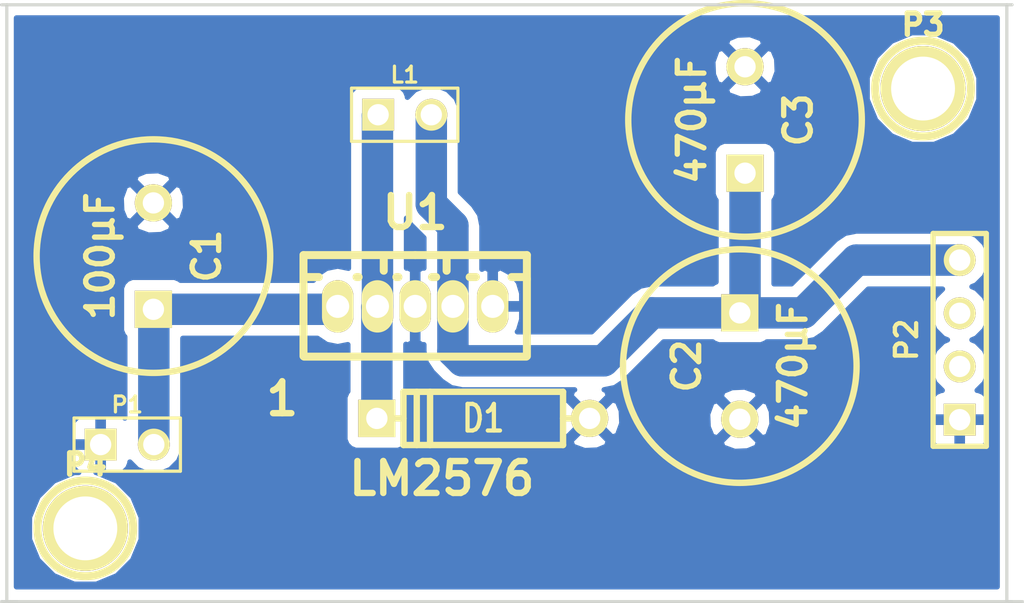
<source format=kicad_pcb>
(kicad_pcb (version 3) (host pcbnew "(2013-may-18)-stable")

  (general
    (links 16)
    (no_connects 1)
    (area 0 0 0 0)
    (thickness 1.6)
    (drawings 7)
    (tracks 21)
    (zones 0)
    (modules 10)
    (nets 6)
  )

  (page A3)
  (layers
    (15 F.Cu signal)
    (0 B.Cu signal)
    (16 B.Adhes user)
    (17 F.Adhes user)
    (18 B.Paste user)
    (19 F.Paste user)
    (20 B.SilkS user)
    (21 F.SilkS user)
    (22 B.Mask user)
    (23 F.Mask user)
    (24 Dwgs.User user)
    (25 Cmts.User user)
    (26 Eco1.User user)
    (27 Eco2.User user)
    (28 Edge.Cuts user)
  )

  (setup
    (last_trace_width 1.5)
    (trace_clearance 0.254)
    (zone_clearance 0.508)
    (zone_45_only no)
    (trace_min 0.254)
    (segment_width 0.2)
    (edge_width 0.15)
    (via_size 0.889)
    (via_drill 0.635)
    (via_min_size 0.889)
    (via_min_drill 0.508)
    (uvia_size 0.508)
    (uvia_drill 0.127)
    (uvias_allowed no)
    (uvia_min_size 0.508)
    (uvia_min_drill 0.127)
    (pcb_text_width 0.3)
    (pcb_text_size 1 1)
    (mod_edge_width 0.15)
    (mod_text_size 1 1)
    (mod_text_width 0.15)
    (pad_size 4.064 4.064)
    (pad_drill 3.048)
    (pad_to_mask_clearance 0)
    (aux_axis_origin 0 0)
    (visible_elements FFFFFFBF)
    (pcbplotparams
      (layerselection 3178497)
      (usegerberextensions true)
      (excludeedgelayer true)
      (linewidth 0.150000)
      (plotframeref false)
      (viasonmask false)
      (mode 1)
      (useauxorigin false)
      (hpglpennumber 1)
      (hpglpenspeed 20)
      (hpglpendiameter 15)
      (hpglpenoverlay 2)
      (psnegative false)
      (psa4output false)
      (plotreference true)
      (plotvalue true)
      (plotothertext true)
      (plotinvisibletext false)
      (padsonsilk false)
      (subtractmaskfromsilk false)
      (outputformat 1)
      (mirror false)
      (drillshape 1)
      (scaleselection 1)
      (outputdirectory ""))
  )

  (net 0 "")
  (net 1 +5V)
  (net 2 GND)
  (net 3 N-000002)
  (net 4 N-000006)
  (net 5 N-000007)

  (net_class Default "This is the default net class."
    (clearance 0.254)
    (trace_width 1.5)
    (via_dia 0.889)
    (via_drill 0.635)
    (uvia_dia 0.508)
    (uvia_drill 0.127)
    (add_net "")
    (add_net +5V)
    (add_net GND)
    (add_net N-000002)
    (add_net N-000006)
    (add_net N-000007)
  )

  (module PIN_ARRAY_4x1 (layer F.Cu) (tedit 4C10F42E) (tstamp 53E3F478)
    (at 82 44.5 90)
    (descr "Double rangee de contacts 2 x 5 pins")
    (tags CONN)
    (path /53E3F11D)
    (fp_text reference P2 (at 0 -2.54 90) (layer F.SilkS)
      (effects (font (size 1.016 1.016) (thickness 0.2032)))
    )
    (fp_text value CONN_4 (at 0 2.54 90) (layer F.SilkS) hide
      (effects (font (size 1.016 1.016) (thickness 0.2032)))
    )
    (fp_line (start 5.08 1.27) (end -5.08 1.27) (layer F.SilkS) (width 0.254))
    (fp_line (start 5.08 -1.27) (end -5.08 -1.27) (layer F.SilkS) (width 0.254))
    (fp_line (start -5.08 -1.27) (end -5.08 1.27) (layer F.SilkS) (width 0.254))
    (fp_line (start 5.08 1.27) (end 5.08 -1.27) (layer F.SilkS) (width 0.254))
    (pad 1 thru_hole rect (at -3.81 0 90) (size 1.524 1.524) (drill 1.016)
      (layers *.Cu *.Mask F.SilkS)
      (net 2 GND)
    )
    (pad 2 thru_hole circle (at -1.27 0 90) (size 1.524 1.524) (drill 1.016)
      (layers *.Cu *.Mask F.SilkS)
      (net 3 N-000002)
    )
    (pad 3 thru_hole circle (at 1.27 0 90) (size 1.524 1.524) (drill 1.016)
      (layers *.Cu *.Mask F.SilkS)
      (net 3 N-000002)
    )
    (pad 4 thru_hole circle (at 3.81 0 90) (size 1.524 1.524) (drill 1.016)
      (layers *.Cu *.Mask F.SilkS)
      (net 1 +5V)
    )
    (model pin_array\pins_array_4x1.wrl
      (at (xyz 0 0 0))
      (scale (xyz 1 1 1))
      (rotate (xyz 0 0 0))
    )
  )

  (module PIN_ARRAY_2X1 (layer F.Cu) (tedit 4565C520) (tstamp 53E3F482)
    (at 42.25 49.5)
    (descr "Connecteurs 2 pins")
    (tags "CONN DEV")
    (path /53E3EB5D)
    (fp_text reference P1 (at 0 -1.905) (layer F.SilkS)
      (effects (font (size 0.762 0.762) (thickness 0.1524)))
    )
    (fp_text value BAT (at 0 -1.905) (layer F.SilkS) hide
      (effects (font (size 0.762 0.762) (thickness 0.1524)))
    )
    (fp_line (start -2.54 1.27) (end -2.54 -1.27) (layer F.SilkS) (width 0.1524))
    (fp_line (start -2.54 -1.27) (end 2.54 -1.27) (layer F.SilkS) (width 0.1524))
    (fp_line (start 2.54 -1.27) (end 2.54 1.27) (layer F.SilkS) (width 0.1524))
    (fp_line (start 2.54 1.27) (end -2.54 1.27) (layer F.SilkS) (width 0.1524))
    (pad 1 thru_hole rect (at -1.27 0) (size 1.524 1.524) (drill 1.016)
      (layers *.Cu *.Mask F.SilkS)
      (net 2 GND)
    )
    (pad 2 thru_hole circle (at 1.27 0) (size 1.524 1.524) (drill 1.016)
      (layers *.Cu *.Mask F.SilkS)
      (net 5 N-000007)
    )
    (model pin_array/pins_array_2x1.wrl
      (at (xyz 0 0 0))
      (scale (xyz 1 1 1))
      (rotate (xyz 0 0 0))
    )
  )

  (module PIN_ARRAY_2X1 (layer F.Cu) (tedit 4565C520) (tstamp 53E3F48C)
    (at 55.5 33.75)
    (descr "Connecteurs 2 pins")
    (tags "CONN DEV")
    (path /53E3EC40)
    (fp_text reference L1 (at 0 -1.905) (layer F.SilkS)
      (effects (font (size 0.762 0.762) (thickness 0.1524)))
    )
    (fp_text value 100µH (at 0 -1.905) (layer F.SilkS) hide
      (effects (font (size 0.762 0.762) (thickness 0.1524)))
    )
    (fp_line (start -2.54 1.27) (end -2.54 -1.27) (layer F.SilkS) (width 0.1524))
    (fp_line (start -2.54 -1.27) (end 2.54 -1.27) (layer F.SilkS) (width 0.1524))
    (fp_line (start 2.54 -1.27) (end 2.54 1.27) (layer F.SilkS) (width 0.1524))
    (fp_line (start 2.54 1.27) (end -2.54 1.27) (layer F.SilkS) (width 0.1524))
    (pad 1 thru_hole rect (at -1.27 0) (size 1.524 1.524) (drill 1.016)
      (layers *.Cu *.Mask F.SilkS)
      (net 4 N-000006)
    )
    (pad 2 thru_hole circle (at 1.27 0) (size 1.524 1.524) (drill 1.016)
      (layers *.Cu *.Mask F.SilkS)
      (net 1 +5V)
    )
    (model pin_array/pins_array_2x1.wrl
      (at (xyz 0 0 0))
      (scale (xyz 1 1 1))
      (rotate (xyz 0 0 0))
    )
  )

  (module Pentawatt_Neutral_Straight_Vertical_TO220-5-T05A (layer F.Cu) (tedit 4DBC26C8) (tstamp 53E3F4A5)
    (at 56 43.5)
    (descr Pentawatt_Neutral_Straight_Vertical_TO220-5-T05A)
    (tags Pentawatt_Neutral_Straight_Vertical_TO220-5-T05A)
    (path /53E3EAFD)
    (fp_text reference U1 (at 0 -5.08) (layer F.SilkS)
      (effects (font (size 1.524 1.524) (thickness 0.3048)))
    )
    (fp_text value LM2576 (at 1.27 7.62) (layer F.SilkS)
      (effects (font (size 1.524 1.524) (thickness 0.3048)))
    )
    (fp_line (start 4.59994 -1.99898) (end 5.30098 -1.99898) (layer F.SilkS) (width 0.381))
    (fp_line (start 2.60096 -1.99898) (end 2.90068 -1.99898) (layer F.SilkS) (width 0.381))
    (fp_line (start 0.8001 -1.99898) (end 1.00076 -1.99898) (layer F.SilkS) (width 0.381))
    (fp_line (start -0.89916 -1.99898) (end -0.8001 -1.99898) (layer F.SilkS) (width 0.381))
    (fp_line (start -2.79908 -1.99898) (end -2.70002 -1.99898) (layer F.SilkS) (width 0.381))
    (fp_line (start -5.30098 -1.99898) (end -4.59994 -1.99898) (layer F.SilkS) (width 0.381))
    (fp_line (start 1.50114 -2.99974) (end 1.50114 -2.30124) (layer F.SilkS) (width 0.381))
    (fp_line (start -1.50114 -2.99974) (end -1.50114 -2.30124) (layer F.SilkS) (width 0.381))
    (fp_line (start -5.30098 1.80086) (end 5.30098 1.80086) (layer F.SilkS) (width 0.381))
    (fp_text user 1 (at -6.35 3.81) (layer F.SilkS)
      (effects (font (size 1.524 1.524) (thickness 0.3048)))
    )
    (fp_line (start 5.334 -1.905) (end 5.334 1.778) (layer F.SilkS) (width 0.381))
    (fp_line (start -5.334 1.778) (end -5.334 -1.905) (layer F.SilkS) (width 0.381))
    (fp_line (start 5.334 -3.048) (end 5.334 -1.905) (layer F.SilkS) (width 0.381))
    (fp_line (start -5.334 -1.905) (end -5.334 -3.048) (layer F.SilkS) (width 0.381))
    (fp_line (start 0 -3.048) (end -5.334 -3.048) (layer F.SilkS) (width 0.381))
    (fp_line (start 0 -3.048) (end 5.334 -3.048) (layer F.SilkS) (width 0.381))
    (pad 3 thru_hole oval (at 0 -0.59944 90) (size 2.49936 1.50114) (drill 1.09982)
      (layers *.Cu *.Mask F.SilkS)
      (net 2 GND)
    )
    (pad 1 thru_hole oval (at -3.70078 -0.59944 90) (size 2.49936 1.50114) (drill 1.09982)
      (layers *.Cu *.Mask F.SilkS)
      (net 5 N-000007)
    )
    (pad 5 thru_hole oval (at 3.70078 -0.59944 90) (size 2.49936 1.50114) (drill 1.09982)
      (layers *.Cu *.Mask F.SilkS)
      (net 2 GND)
    )
    (pad 4 thru_hole oval (at 1.80086 -0.59944 90) (size 2.49936 1.50114) (drill 1.09982)
      (layers *.Cu *.Mask F.SilkS)
      (net 1 +5V)
    )
    (pad 2 thru_hole oval (at -1.80086 -0.59944 90) (size 2.49936 1.50114) (drill 1.09982)
      (layers *.Cu *.Mask F.SilkS)
      (net 4 N-000006)
    )
  )

  (module D4 (layer F.Cu) (tedit 200000) (tstamp 53E3F4B3)
    (at 59.25 48.25 180)
    (descr "Diode 4 pas")
    (tags "DIODE DEV")
    (path /53E3EC0C)
    (fp_text reference D1 (at 0 0 180) (layer F.SilkS)
      (effects (font (size 1.27 1.016) (thickness 0.2032)))
    )
    (fp_text value 1N5822 (at 0 0 180) (layer F.SilkS) hide
      (effects (font (size 1.27 1.016) (thickness 0.2032)))
    )
    (fp_line (start -3.81 -1.27) (end 3.81 -1.27) (layer F.SilkS) (width 0.3048))
    (fp_line (start 3.81 -1.27) (end 3.81 1.27) (layer F.SilkS) (width 0.3048))
    (fp_line (start 3.81 1.27) (end -3.81 1.27) (layer F.SilkS) (width 0.3048))
    (fp_line (start -3.81 1.27) (end -3.81 -1.27) (layer F.SilkS) (width 0.3048))
    (fp_line (start 3.175 -1.27) (end 3.175 1.27) (layer F.SilkS) (width 0.3048))
    (fp_line (start 2.54 1.27) (end 2.54 -1.27) (layer F.SilkS) (width 0.3048))
    (fp_line (start -3.81 0) (end -5.08 0) (layer F.SilkS) (width 0.3048))
    (fp_line (start 3.81 0) (end 5.08 0) (layer F.SilkS) (width 0.3048))
    (pad 1 thru_hole circle (at -5.08 0 180) (size 1.778 1.778) (drill 1.016)
      (layers *.Cu *.Mask F.SilkS)
      (net 2 GND)
    )
    (pad 2 thru_hole rect (at 5.08 0 180) (size 1.778 1.778) (drill 1.016)
      (layers *.Cu *.Mask F.SilkS)
      (net 4 N-000006)
    )
    (model discret/diode.wrl
      (at (xyz 0 0 0))
      (scale (xyz 0.4 0.4 0.4))
      (rotate (xyz 0 0 0))
    )
  )

  (module C2V10 (layer F.Cu) (tedit 41854742) (tstamp 53E3F4BA)
    (at 71.5 45.75 270)
    (descr "Condensateur polarise")
    (tags CP)
    (path /53E3EC54)
    (fp_text reference C2 (at 0 2.54 270) (layer F.SilkS)
      (effects (font (size 1.27 1.27) (thickness 0.254)))
    )
    (fp_text value 470µF (at 0 -2.54 270) (layer F.SilkS)
      (effects (font (size 1.27 1.27) (thickness 0.254)))
    )
    (fp_circle (center 0 0) (end 4.826 -2.794) (layer F.SilkS) (width 0.3048))
    (pad 1 thru_hole rect (at -2.54 0 270) (size 1.778 1.778) (drill 1.016)
      (layers *.Cu *.Mask F.SilkS)
      (net 1 +5V)
    )
    (pad 2 thru_hole circle (at 2.54 0 270) (size 1.778 1.778) (drill 1.016)
      (layers *.Cu *.Mask F.SilkS)
      (net 2 GND)
    )
    (model discret/c_vert_c2v10.wrl
      (at (xyz 0 0 0))
      (scale (xyz 1 1 1))
      (rotate (xyz 0 0 0))
    )
  )

  (module C2V10 (layer F.Cu) (tedit 41854742) (tstamp 53E3F4C1)
    (at 71.75 34 90)
    (descr "Condensateur polarise")
    (tags CP)
    (path /53E3EC66)
    (fp_text reference C3 (at 0 2.54 90) (layer F.SilkS)
      (effects (font (size 1.27 1.27) (thickness 0.254)))
    )
    (fp_text value 470µF (at 0 -2.54 90) (layer F.SilkS)
      (effects (font (size 1.27 1.27) (thickness 0.254)))
    )
    (fp_circle (center 0 0) (end 4.826 -2.794) (layer F.SilkS) (width 0.3048))
    (pad 1 thru_hole rect (at -2.54 0 90) (size 1.778 1.778) (drill 1.016)
      (layers *.Cu *.Mask F.SilkS)
      (net 1 +5V)
    )
    (pad 2 thru_hole circle (at 2.54 0 90) (size 1.778 1.778) (drill 1.016)
      (layers *.Cu *.Mask F.SilkS)
      (net 2 GND)
    )
    (model discret/c_vert_c2v10.wrl
      (at (xyz 0 0 0))
      (scale (xyz 1 1 1))
      (rotate (xyz 0 0 0))
    )
  )

  (module C2V10 (layer F.Cu) (tedit 41854742) (tstamp 53E3F4C8)
    (at 43.5 40.5 90)
    (descr "Condensateur polarise")
    (tags CP)
    (path /53E3ED20)
    (fp_text reference C1 (at 0 2.54 90) (layer F.SilkS)
      (effects (font (size 1.27 1.27) (thickness 0.254)))
    )
    (fp_text value 100µF (at 0 -2.54 90) (layer F.SilkS)
      (effects (font (size 1.27 1.27) (thickness 0.254)))
    )
    (fp_circle (center 0 0) (end 4.826 -2.794) (layer F.SilkS) (width 0.3048))
    (pad 1 thru_hole rect (at -2.54 0 90) (size 1.778 1.778) (drill 1.016)
      (layers *.Cu *.Mask F.SilkS)
      (net 5 N-000007)
    )
    (pad 2 thru_hole circle (at 2.54 0 90) (size 1.778 1.778) (drill 1.016)
      (layers *.Cu *.Mask F.SilkS)
      (net 2 GND)
    )
    (model discret/c_vert_c2v10.wrl
      (at (xyz 0 0 0))
      (scale (xyz 1 1 1))
      (rotate (xyz 0 0 0))
    )
  )

  (module 1pin (layer F.Cu) (tedit 53E3F61D) (tstamp 53E3F4CE)
    (at 80.25 32.5)
    (descr "module 1 pin (ou trou mecanique de percage)")
    (tags DEV)
    (path /53E3F29A)
    (fp_text reference P3 (at 0 -3.048) (layer F.SilkS)
      (effects (font (size 1.016 1.016) (thickness 0.254)))
    )
    (fp_text value HOLE (at 0 2.794) (layer F.SilkS) hide
      (effects (font (size 1.016 1.016) (thickness 0.254)))
    )
    (fp_circle (center 0 0) (end 0 -2.286) (layer F.SilkS) (width 0.381))
    (pad 1 thru_hole circle (at 0 0) (size 4.064 4.064) (drill 3.048)
      (layers *.Cu *.Mask F.SilkS)
    )
  )

  (module 1pin (layer F.Cu) (tedit 200000) (tstamp 53E3F4D4)
    (at 40.25 53.5)
    (descr "module 1 pin (ou trou mecanique de percage)")
    (tags DEV)
    (path /53E3F2A7)
    (fp_text reference P4 (at 0 -3.048) (layer F.SilkS)
      (effects (font (size 1.016 1.016) (thickness 0.254)))
    )
    (fp_text value HOLE (at 0 2.794) (layer F.SilkS) hide
      (effects (font (size 1.016 1.016) (thickness 0.254)))
    )
    (fp_circle (center 0 0) (end 0 -2.286) (layer F.SilkS) (width 0.381))
    (pad 1 thru_hole circle (at 0 0) (size 4.064 4.064) (drill 3.048)
      (layers *.Cu *.Mask F.SilkS)
    )
  )

  (gr_line (start 36.5 57) (end 36.75 57) (angle 90) (layer Edge.Cuts) (width 0.15))
  (gr_line (start 36.5 28.5) (end 36.5 57) (angle 90) (layer Edge.Cuts) (width 0.15))
  (gr_line (start 84.25 57) (end 85 57) (angle 90) (layer Edge.Cuts) (width 0.15))
  (gr_line (start 84.25 28.5) (end 84.25 57) (angle 90) (layer Edge.Cuts) (width 0.15))
  (gr_line (start 36.25 57) (end 37 57) (angle 90) (layer Edge.Cuts) (width 0.15))
  (gr_line (start 84.5 28.5) (end 36.25 28.5) (angle 90) (layer Edge.Cuts) (width 0.15))
  (gr_line (start 36.25 57) (end 84.5 57) (angle 90) (layer Edge.Cuts) (width 0.15))

  (segment (start 71.5 43.21) (end 74.54 43.21) (width 1.5) (layer B.Cu) (net 1) (status 10))
  (segment (start 77.06 40.69) (end 82 40.69) (width 1.5) (layer B.Cu) (net 1) (tstamp 53E3F600) (status 20))
  (segment (start 74.54 43.21) (end 77.06 40.69) (width 1.5) (layer B.Cu) (net 1) (tstamp 53E3F5FF))
  (segment (start 71.75 36.54) (end 71.75 42.96) (width 1.5) (layer B.Cu) (net 1) (status 30))
  (segment (start 71.75 42.96) (end 71.5 43.21) (width 1.5) (layer B.Cu) (net 1) (tstamp 53E3F5FC) (status 30))
  (segment (start 71.5 43.21) (end 67.29 43.21) (width 1.5) (layer B.Cu) (net 1) (status 10))
  (segment (start 57.80086 45.05086) (end 57.80086 42.90056) (width 1.5) (layer B.Cu) (net 1) (tstamp 53E3F5F9) (status 20))
  (segment (start 58.25 45.5) (end 57.80086 45.05086) (width 1.5) (layer B.Cu) (net 1) (tstamp 53E3F5F8))
  (segment (start 65 45.5) (end 58.25 45.5) (width 1.5) (layer B.Cu) (net 1) (tstamp 53E3F5F7))
  (segment (start 67.29 43.21) (end 65 45.5) (width 1.5) (layer B.Cu) (net 1) (tstamp 53E3F5F6))
  (segment (start 56.77 33.75) (end 56.77 38.02) (width 1.5) (layer B.Cu) (net 1) (status 10))
  (segment (start 57.80086 39.05086) (end 57.80086 42.90056) (width 1.5) (layer B.Cu) (net 1) (tstamp 53E3F5ED) (status 20))
  (segment (start 56.77 38.02) (end 57.80086 39.05086) (width 1.5) (layer B.Cu) (net 1) (tstamp 53E3F5EC))
  (segment (start 54.19914 42.90056) (end 54.19914 33.78086) (width 1.5) (layer B.Cu) (net 4) (status 30))
  (segment (start 54.19914 33.78086) (end 54.23 33.75) (width 1.5) (layer B.Cu) (net 4) (tstamp 53E3F5E9) (status 30))
  (segment (start 54.17 48.25) (end 54.17 42.9297) (width 1.5) (layer B.Cu) (net 4) (status 30))
  (segment (start 54.17 42.9297) (end 54.19914 42.90056) (width 1.5) (layer B.Cu) (net 4) (tstamp 53E3F5DB) (status 30))
  (segment (start 43.5 43.04) (end 52.15978 43.04) (width 1.5) (layer B.Cu) (net 5) (status 30))
  (segment (start 52.15978 43.04) (end 52.29922 42.90056) (width 1.5) (layer B.Cu) (net 5) (tstamp 53E3F5CA) (status 30))
  (segment (start 43.52 49.5) (end 43.52 43.06) (width 1.5) (layer B.Cu) (net 5) (status 30))
  (segment (start 43.52 43.06) (end 43.5 43.04) (width 1.5) (layer B.Cu) (net 5) (tstamp 53E3F5C7) (status 30))

  (zone (net 2) (net_name GND) (layer B.Cu) (tstamp 53E3F5B7) (hatch edge 0.508)
    (connect_pads (clearance 0.508))
    (min_thickness 0.254)
    (fill (arc_segments 16) (thermal_gap 0.508) (thermal_bridge_width 0.508))
    (polygon
      (pts
        (xy 84 56.5) (xy 36.75 56.5) (xy 36.75 29) (xy 84 29)
      )
    )
    (filled_polygon
      (pts
        (xy 83.79 56.29) (xy 83.397241 56.29) (xy 83.397241 45.493339) (xy 83.185009 44.979697) (xy 82.79237 44.586372)
        (xy 82.584485 44.50005) (xy 82.790303 44.415009) (xy 83.183628 44.02237) (xy 83.396756 43.509099) (xy 83.397241 42.953339)
        (xy 83.185009 42.439697) (xy 82.79237 42.046372) (xy 82.584485 41.96005) (xy 82.790303 41.875009) (xy 83.183628 41.48237)
        (xy 83.396756 40.969099) (xy 83.397241 40.413339) (xy 83.185009 39.899697) (xy 82.917461 39.631681) (xy 82.917461 31.971828)
        (xy 82.51229 30.99124) (xy 81.762706 30.240346) (xy 80.782826 29.833465) (xy 79.721828 29.832539) (xy 78.74124 30.23771)
        (xy 77.990346 30.987294) (xy 77.583465 31.967174) (xy 77.582539 33.028172) (xy 77.98771 34.00876) (xy 78.737294 34.759654)
        (xy 79.717174 35.166535) (xy 80.778172 35.167461) (xy 81.75876 34.76229) (xy 82.509654 34.012706) (xy 82.916535 33.032826)
        (xy 82.917461 31.971828) (xy 82.917461 39.631681) (xy 82.79237 39.506372) (xy 82.279099 39.293244) (xy 81.723339 39.292759)
        (xy 81.693713 39.305) (xy 77.06 39.305) (xy 76.529983 39.410427) (xy 76.080657 39.710657) (xy 73.966314 41.825)
        (xy 73.285514 41.825) (xy 73.285514 31.698035) (xy 73.259722 31.0923) (xy 73.077539 30.652468) (xy 72.822195 30.56741)
        (xy 72.64259 30.747015) (xy 72.64259 30.387805) (xy 72.557532 30.132461) (xy 71.988035 29.924486) (xy 71.3823 29.950278)
        (xy 70.942468 30.132461) (xy 70.85741 30.387805) (xy 71.75 31.280395) (xy 72.64259 30.387805) (xy 72.64259 30.747015)
        (xy 71.929605 31.46) (xy 72.822195 32.35259) (xy 73.077539 32.267532) (xy 73.285514 31.698035) (xy 73.285514 41.825)
        (xy 73.135 41.825) (xy 73.135 37.831107) (xy 73.177013 37.789168) (xy 73.273889 37.555864) (xy 73.27411 37.303245)
        (xy 73.27411 35.525245) (xy 73.177641 35.291771) (xy 72.999168 35.112987) (xy 72.765864 35.016111) (xy 72.64259 35.016003)
        (xy 72.64259 32.532195) (xy 71.75 31.639605) (xy 71.570395 31.81921) (xy 71.570395 31.46) (xy 70.677805 30.56741)
        (xy 70.422461 30.652468) (xy 70.214486 31.221965) (xy 70.240278 31.8277) (xy 70.422461 32.267532) (xy 70.677805 32.35259)
        (xy 71.570395 31.46) (xy 71.570395 31.81921) (xy 70.85741 32.532195) (xy 70.942468 32.787539) (xy 71.511965 32.995514)
        (xy 72.1177 32.969722) (xy 72.557532 32.787539) (xy 72.64259 32.532195) (xy 72.64259 35.016003) (xy 72.513245 35.01589)
        (xy 70.735245 35.01589) (xy 70.501771 35.112359) (xy 70.322987 35.290832) (xy 70.226111 35.524136) (xy 70.22589 35.776755)
        (xy 70.22589 37.554755) (xy 70.322359 37.788229) (xy 70.365 37.830944) (xy 70.365 41.735573) (xy 70.251771 41.782359)
        (xy 70.209055 41.825) (xy 67.29 41.825) (xy 66.759983 41.930427) (xy 66.310657 42.230657) (xy 64.426314 44.115)
        (xy 60.877431 44.115) (xy 60.932279 44.047237) (xy 61.08635 43.52667) (xy 61.08635 43.02756) (xy 61.08635 42.77356)
        (xy 61.08635 42.27445) (xy 60.932279 41.753883) (xy 60.590724 41.331902) (xy 60.113683 41.07275) (xy 60.042055 41.058567)
        (xy 59.82778 41.181222) (xy 59.82778 42.77356) (xy 61.08635 42.77356) (xy 61.08635 43.02756) (xy 59.82778 43.02756)
        (xy 59.82778 43.04756) (xy 59.57378 43.04756) (xy 59.57378 43.02756) (xy 59.55378 43.02756) (xy 59.55378 42.77356)
        (xy 59.57378 42.77356) (xy 59.57378 41.181222) (xy 59.359505 41.058567) (xy 59.287877 41.07275) (xy 59.18586 41.12817)
        (xy 59.18586 39.05086) (xy 59.080433 38.520844) (xy 59.080433 38.520843) (xy 58.780203 38.071517) (xy 58.155 37.446314)
        (xy 58.155 34.05741) (xy 58.166756 34.029099) (xy 58.167241 33.473339) (xy 57.955009 32.959697) (xy 57.56237 32.566372)
        (xy 57.049099 32.353244) (xy 56.493339 32.352759) (xy 55.979697 32.564991) (xy 55.62711 32.916963) (xy 55.62711 32.862245)
        (xy 55.530641 32.628771) (xy 55.352168 32.449987) (xy 55.118864 32.353111) (xy 54.866245 32.35289) (xy 53.342245 32.35289)
        (xy 53.108771 32.449359) (xy 52.929987 32.627832) (xy 52.833111 32.861136) (xy 52.83289 33.113755) (xy 52.83289 33.686597)
        (xy 52.81414 33.78086) (xy 52.81414 41.08138) (xy 52.29922 40.978957) (xy 51.768985 41.084427) (xy 51.319474 41.384781)
        (xy 51.138919 41.655) (xy 45.035514 41.655) (xy 45.035514 38.198035) (xy 45.009722 37.5923) (xy 44.827539 37.152468)
        (xy 44.572195 37.06741) (xy 44.39259 37.247015) (xy 44.39259 36.887805) (xy 44.307532 36.632461) (xy 43.738035 36.424486)
        (xy 43.1323 36.450278) (xy 42.692468 36.632461) (xy 42.60741 36.887805) (xy 43.5 37.780395) (xy 44.39259 36.887805)
        (xy 44.39259 37.247015) (xy 43.679605 37.96) (xy 44.572195 38.85259) (xy 44.827539 38.767532) (xy 45.035514 38.198035)
        (xy 45.035514 41.655) (xy 44.791107 41.655) (xy 44.749168 41.612987) (xy 44.515864 41.516111) (xy 44.39259 41.516003)
        (xy 44.39259 39.032195) (xy 43.5 38.139605) (xy 43.320395 38.31921) (xy 43.320395 37.96) (xy 42.427805 37.06741)
        (xy 42.172461 37.152468) (xy 41.964486 37.721965) (xy 41.990278 38.3277) (xy 42.172461 38.767532) (xy 42.427805 38.85259)
        (xy 43.320395 37.96) (xy 43.320395 38.31921) (xy 42.60741 39.032195) (xy 42.692468 39.287539) (xy 43.261965 39.495514)
        (xy 43.8677 39.469722) (xy 44.307532 39.287539) (xy 44.39259 39.032195) (xy 44.39259 41.516003) (xy 44.263245 41.51589)
        (xy 42.485245 41.51589) (xy 42.251771 41.612359) (xy 42.072987 41.790832) (xy 41.976111 42.024136) (xy 41.97589 42.276755)
        (xy 41.97589 44.054755) (xy 42.072359 44.288229) (xy 42.135 44.350979) (xy 42.135 48.233071) (xy 42.101229 48.199359)
        (xy 41.867755 48.10289) (xy 41.26575 48.103) (xy 41.107 48.26175) (xy 41.107 49.373) (xy 41.127 49.373)
        (xy 41.127 49.627) (xy 41.107 49.627) (xy 41.107 50.73825) (xy 41.26575 50.897) (xy 41.867755 50.89711)
        (xy 42.101229 50.800641) (xy 42.280013 50.622168) (xy 42.376889 50.388864) (xy 42.376938 50.332323) (xy 42.72763 50.683628)
        (xy 43.240901 50.896756) (xy 43.796661 50.897241) (xy 44.310303 50.685009) (xy 44.703628 50.29237) (xy 44.916756 49.779099)
        (xy 44.917241 49.223339) (xy 44.905 49.193713) (xy 44.905 44.425) (xy 51.332436 44.425) (xy 51.768985 44.716693)
        (xy 52.29922 44.822163) (xy 52.785 44.725535) (xy 52.785 46.958892) (xy 52.742987 47.000832) (xy 52.646111 47.234136)
        (xy 52.64589 47.486755) (xy 52.64589 49.264755) (xy 52.742359 49.498229) (xy 52.920832 49.677013) (xy 53.154136 49.773889)
        (xy 53.406755 49.77411) (xy 55.184755 49.77411) (xy 55.418229 49.677641) (xy 55.597013 49.499168) (xy 55.693889 49.265864)
        (xy 55.69411 49.013245) (xy 55.69411 47.235245) (xy 55.597641 47.001771) (xy 55.555 46.959055) (xy 55.555 44.710933)
        (xy 55.587097 44.72837) (xy 55.658725 44.742553) (xy 55.873 44.619898) (xy 55.873 43.02756) (xy 55.853 43.02756)
        (xy 55.853 42.77356) (xy 55.873 42.77356) (xy 55.873 41.181222) (xy 55.658725 41.058567) (xy 55.587097 41.07275)
        (xy 55.58414 41.074356) (xy 55.58414 38.690268) (xy 55.790657 38.999343) (xy 56.41586 39.624546) (xy 56.41586 41.074356)
        (xy 56.412903 41.07275) (xy 56.341275 41.058567) (xy 56.127 41.181222) (xy 56.127 42.77356) (xy 56.147 42.77356)
        (xy 56.147 43.02756) (xy 56.127 43.02756) (xy 56.127 44.619898) (xy 56.341275 44.742553) (xy 56.412903 44.72837)
        (xy 56.41586 44.726763) (xy 56.41586 45.05086) (xy 56.521287 45.580877) (xy 56.821517 46.030203) (xy 57.270656 46.479342)
        (xy 57.270657 46.479343) (xy 57.719983 46.779573) (xy 58.249999 46.885) (xy 58.249999 46.884999) (xy 58.25 46.885)
        (xy 63.612907 46.885) (xy 63.522468 46.922461) (xy 63.43741 47.177805) (xy 64.33 48.070395) (xy 65.22259 47.177805)
        (xy 65.137532 46.922461) (xy 65.022627 46.880499) (xy 65.530016 46.779573) (xy 65.530017 46.779573) (xy 65.979343 46.479343)
        (xy 67.863686 44.595) (xy 70.208892 44.595) (xy 70.250832 44.637013) (xy 70.484136 44.733889) (xy 70.736755 44.73411)
        (xy 72.514755 44.73411) (xy 72.748229 44.637641) (xy 72.790944 44.595) (xy 74.54 44.595) (xy 75.070016 44.489573)
        (xy 75.070017 44.489573) (xy 75.519343 44.189343) (xy 77.633686 42.075) (xy 81.179635 42.075) (xy 80.816372 42.43763)
        (xy 80.603244 42.950901) (xy 80.602759 43.506661) (xy 80.814991 44.020303) (xy 81.20763 44.413628) (xy 81.415514 44.499949)
        (xy 81.209697 44.584991) (xy 80.816372 44.97763) (xy 80.603244 45.490901) (xy 80.602759 46.046661) (xy 80.814991 46.560303)
        (xy 81.167134 46.913062) (xy 81.111136 46.913111) (xy 80.877832 47.009987) (xy 80.699359 47.188771) (xy 80.60289 47.422245)
        (xy 80.603 48.02425) (xy 80.76175 48.183) (xy 81.873 48.183) (xy 81.873 48.163) (xy 82.127 48.163)
        (xy 82.127 48.183) (xy 83.23825 48.183) (xy 83.397 48.02425) (xy 83.39711 47.422245) (xy 83.300641 47.188771)
        (xy 83.122168 47.009987) (xy 82.888864 46.913111) (xy 82.832323 46.913061) (xy 83.183628 46.56237) (xy 83.396756 46.049099)
        (xy 83.397241 45.493339) (xy 83.397241 56.29) (xy 83.39711 56.29) (xy 83.39711 49.197755) (xy 83.397 48.59575)
        (xy 83.23825 48.437) (xy 82.127 48.437) (xy 82.127 49.54825) (xy 82.28575 49.707) (xy 82.636245 49.70711)
        (xy 82.888864 49.706889) (xy 83.122168 49.610013) (xy 83.300641 49.431229) (xy 83.39711 49.197755) (xy 83.39711 56.29)
        (xy 81.873 56.29) (xy 81.873 49.54825) (xy 81.873 48.437) (xy 80.76175 48.437) (xy 80.603 48.59575)
        (xy 80.60289 49.197755) (xy 80.699359 49.431229) (xy 80.877832 49.610013) (xy 81.111136 49.706889) (xy 81.363755 49.70711)
        (xy 81.71425 49.707) (xy 81.873 49.54825) (xy 81.873 56.29) (xy 73.035514 56.29) (xy 73.035514 48.528035)
        (xy 73.009722 47.9223) (xy 72.827539 47.482468) (xy 72.572195 47.39741) (xy 72.39259 47.577015) (xy 72.39259 47.217805)
        (xy 72.307532 46.962461) (xy 71.738035 46.754486) (xy 71.1323 46.780278) (xy 70.692468 46.962461) (xy 70.60741 47.217805)
        (xy 71.5 48.110395) (xy 72.39259 47.217805) (xy 72.39259 47.577015) (xy 71.679605 48.29) (xy 72.572195 49.18259)
        (xy 72.827539 49.097532) (xy 73.035514 48.528035) (xy 73.035514 56.29) (xy 72.39259 56.29) (xy 72.39259 49.362195)
        (xy 71.5 48.469605) (xy 71.320395 48.64921) (xy 71.320395 48.29) (xy 70.427805 47.39741) (xy 70.172461 47.482468)
        (xy 69.964486 48.051965) (xy 69.990278 48.6577) (xy 70.172461 49.097532) (xy 70.427805 49.18259) (xy 71.320395 48.29)
        (xy 71.320395 48.64921) (xy 70.60741 49.362195) (xy 70.692468 49.617539) (xy 71.261965 49.825514) (xy 71.8677 49.799722)
        (xy 72.307532 49.617539) (xy 72.39259 49.362195) (xy 72.39259 56.29) (xy 65.865514 56.29) (xy 65.865514 48.488035)
        (xy 65.839722 47.8823) (xy 65.657539 47.442468) (xy 65.402195 47.35741) (xy 64.509605 48.25) (xy 65.402195 49.14259)
        (xy 65.657539 49.057532) (xy 65.865514 48.488035) (xy 65.865514 56.29) (xy 65.22259 56.29) (xy 65.22259 49.322195)
        (xy 64.33 48.429605) (xy 64.150395 48.60921) (xy 64.150395 48.25) (xy 63.257805 47.35741) (xy 63.002461 47.442468)
        (xy 62.794486 48.011965) (xy 62.820278 48.6177) (xy 63.002461 49.057532) (xy 63.257805 49.14259) (xy 64.150395 48.25)
        (xy 64.150395 48.60921) (xy 63.43741 49.322195) (xy 63.522468 49.577539) (xy 64.091965 49.785514) (xy 64.6977 49.759722)
        (xy 65.137532 49.577539) (xy 65.22259 49.322195) (xy 65.22259 56.29) (xy 42.917461 56.29) (xy 42.917461 52.971828)
        (xy 42.51229 51.99124) (xy 41.762706 51.240346) (xy 40.782826 50.833465) (xy 40.757806 50.833443) (xy 40.853 50.73825)
        (xy 40.853 49.627) (xy 40.853 49.373) (xy 40.853 48.26175) (xy 40.69425 48.103) (xy 40.092245 48.10289)
        (xy 39.858771 48.199359) (xy 39.679987 48.377832) (xy 39.583111 48.611136) (xy 39.58289 48.863755) (xy 39.583 49.21425)
        (xy 39.74175 49.373) (xy 40.853 49.373) (xy 40.853 49.627) (xy 39.74175 49.627) (xy 39.583 49.78575)
        (xy 39.58289 50.136245) (xy 39.583111 50.388864) (xy 39.679987 50.622168) (xy 39.858771 50.800641) (xy 39.936423 50.832726)
        (xy 39.721828 50.832539) (xy 38.74124 51.23771) (xy 37.990346 51.987294) (xy 37.583465 52.967174) (xy 37.582539 54.028172)
        (xy 37.98771 55.00876) (xy 38.737294 55.759654) (xy 39.717174 56.166535) (xy 40.778172 56.167461) (xy 41.75876 55.76229)
        (xy 42.509654 55.012706) (xy 42.916535 54.032826) (xy 42.917461 52.971828) (xy 42.917461 56.29) (xy 37 56.29)
        (xy 36.96 56.29) (xy 36.96 29.127) (xy 83.79 29.127) (xy 83.79 56.29)
      )
    )
  )
)

</source>
